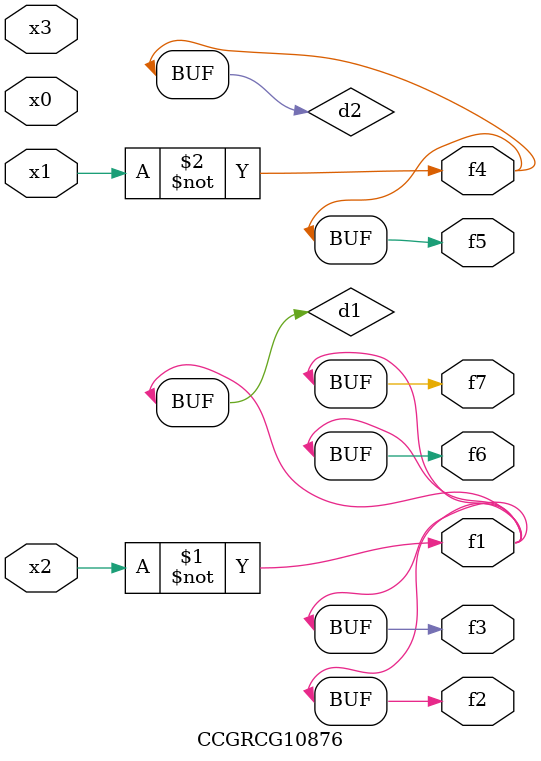
<source format=v>
module CCGRCG10876(
	input x0, x1, x2, x3,
	output f1, f2, f3, f4, f5, f6, f7
);

	wire d1, d2;

	xnor (d1, x2);
	not (d2, x1);
	assign f1 = d1;
	assign f2 = d1;
	assign f3 = d1;
	assign f4 = d2;
	assign f5 = d2;
	assign f6 = d1;
	assign f7 = d1;
endmodule

</source>
